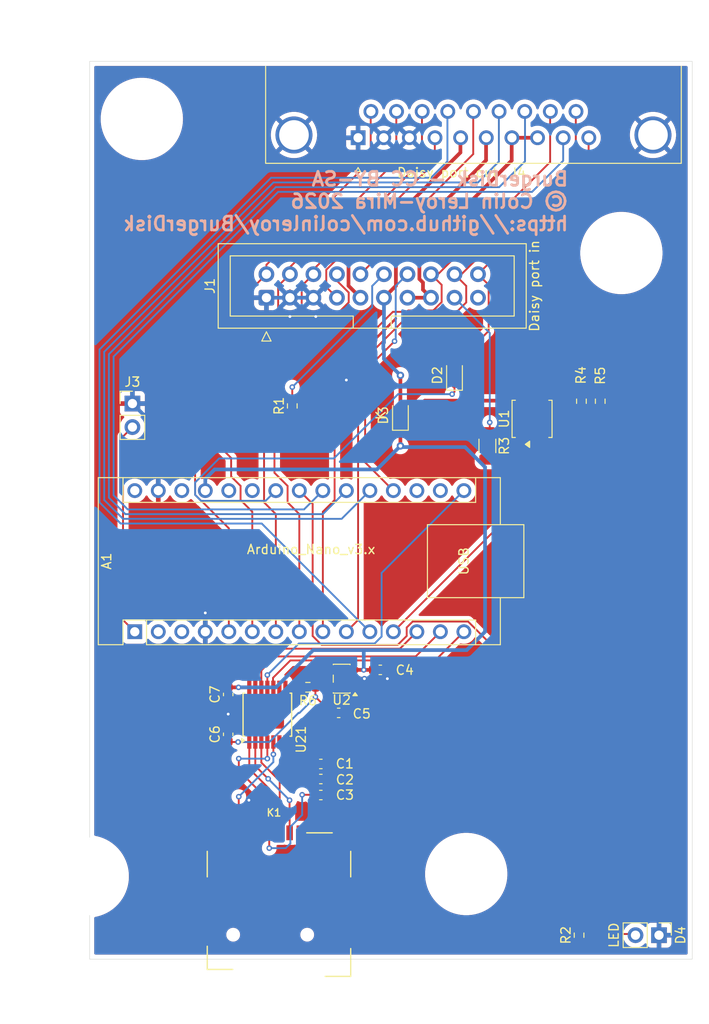
<source format=kicad_pcb>
(kicad_pcb (version 20241229) (generator "pcbnew") (generator_version "9.0")
  (layers (0 "F.Cu" signal) (2 "B.Cu" signal) (13 "F.Paste" user) (15 "B.Paste" user) (5 "F.SilkS" user "F.Silkscreen") (7 "B.SilkS" user "B.Silkscreen") (1 "F.Mask" user) (3 "B.Mask" user) (25 "Edge.Cuts" user))
  (net 0 "")
  (net 1 "TX")
  (net 2 "GND")
  (net 3 "PH0")
  (net 4 "PH1")
  (net 5 "PH2")
  (net 6 "PH3_in")
  (net 7 "RDDATA_in")
  (net 8 "WRDATA")
  (net 9 "PH3_out")
  (net 10 "DRV2_burgerDisk")
  (net 11 "CS")
  (net 12 "MOSI")
  (net 13 "MISO")
  (net 14 "SCK")
  (net 15 "DRV1_in")
  (net 16 "HDSEL_out")
  (net 17 "DRV1_out")
  (net 18 "DRV2_out")
  (net 19 "WRPROT_in")
  (net 20 "5V_burgerDisk")
  (net 21 "WRPROT_out")
  (net 22 "5V_apple2")
  (net 23 "EN3.5")
  (net 24 "-12V")
  (net 25 "+12V")
  (net 26 "DRV2_in")
  (net 27 "WREQ")
  (net 37 "Net-(R3-Pad2)")
  (net 38 "Net-(R4-Pad2)")
  (net 39 "HDSEL_in")
  (net 40 "Net-(D4-A)")
  (net 41 "Net-(A1-A4)")
  (net 42 "3V3")
  (net 43 "CS_L")
  (net 44 "MOSI_L")
  (net 46 "MISO_L")
  (net 47 "SCLK_L")
  (net 49 "OE")
  (footprint "DSUB-19-angled:DSUB-19_Female_Horizontal_P2.77x2.84mm_EdgePinOffset4.94mm_Housed_MountingHolesOffset7.48mm" (layer "F.Cu") (at 128.524 51.562 180)
    (property "Reference" "J4")
    (property "Value" "Daisy port out")
  )
  (footprint "Resistor_SMD:R_0603_1608Metric" (layer "F.Cu") (at 123.0994 110.8994 180)
    (property "Reference" "R6")
    (property "Value" "10k")
  )
  (footprint "Diode_SMD:D_SOD-323" (layer "F.Cu") (at 133.096 81.534 90)
    (property "Reference" "D3")
    (property "Value" "1N5818WS")
  )
  (footprint "MICROSD-HYC77-TF09-200:MICROSD-HYC77-TF09-200" (layer "F.Cu") (at 119.9752 134.366)
    (property "Reference" "K1")
    (property "Value" "HYC77-TF09-200" (hide yes))
  )
  (footprint "Package_SO:SOP-4_3.8x4.1mm_P2.54mm" (layer "F.Cu") (at 147.32 81.915 90)
    (property "Reference" "U1")
    (property "Value" "PC817C-S")
  )
  (footprint "Resistor_SMD:R_0603_1608Metric" (layer "F.Cu") (at 121.412 80.518 90)
    (property "Reference" "R1")
    (property "Value" "330")
  )
  (footprint "Connector_PinHeader_2.54mm:PinHeader_1x02_P2.54mm_Vertical" (layer "F.Cu") (at 161.036 137.668 -90)
    (property "Reference" "D4")
    (property "Value" "LED")
  )
  (footprint "MountingHole:MountingHole_8.4mm_M8" (layer "F.Cu") (at 156.972 64.008)
    (property "Reference" "REF**")
    (property "Value" "MountingHole_8.4mm_M8")
  )
  (footprint "Capacitor_SMD:C_0603_1608Metric" (layer "F.Cu") (at 124.4964 122.5326 180)
    (property "Reference" "C3")
    (property "Value" "100n")
  )
  (footprint "Connector_PinHeader_2.54mm:PinHeader_1x02_P2.54mm_Vertical" (layer "F.Cu") (at 104.14 80.264)
    (property "Reference" "J3")
    (property "Value" "UART")
  )
  (footprint "MountingHole:MountingHole_8.4mm_M8" (layer "F.Cu") (at 99.314 131.318)
    (property "Reference" "REF**")
    (property "Value" "MountingHole_8.4mm_M8")
  )
  (footprint "MountingHole:MountingHole_8.4mm_M8" (layer "F.Cu") (at 105.156 49.53)
    (property "Reference" "REF**")
    (property "Value" "MountingHole_8.4mm_M8")
  )
  (footprint "Resistor_SMD:R_1206_3216Metric" (layer "F.Cu") (at 142.494 84.836 -90)
    (property "Reference" "R3")
    (property "Value" "470")
  )
  (footprint "Resistor_SMD:R_0603_1608Metric" (layer "F.Cu") (at 152.654 80.01 90)
    (property "Reference" "R4")
    (property "Value" "10k")
  )
  (footprint "Capacitor_SMD:C_0603_1608Metric" (layer "F.Cu") (at 124.4964 119.1798 180)
    (property "Reference" "C1")
    (property "Value" "2u2")
  )
  (footprint "Capacitor_SMD:C_0603_1608Metric" (layer "F.Cu") (at 130.9226 109.0198 180)
    (property "Reference" "C4")
    (property "Value" "2u2")
  )
  (footprint "Capacitor_SMD:C_0603_1608Metric" (layer "F.Cu") (at 126.4268 113.663 180)
    (property "Reference" "C5")
    (property "Value" "2u2")
  )
  (footprint "Capacitor_SMD:C_0603_1608Metric" (layer "F.Cu") (at 114.4888 111.6744 90)
    (property "Reference" "C7")
    (property "Value" "100n")
  )
  (footprint "Package_SO:TSSOP-14-1EP_4.4x5mm_P0.65mm" (layer "F.Cu") (at 118.7196 113.8578 90)
    (property "Reference" "U21")
    (property "Value" "TXB0104QPWRQ1")
  )
  (footprint "Module:Arduino_Nano" (layer "F.Cu") (at 104.394 104.902 90)
    (property "Reference" "A1")
    (property "Value" "Arduino_Nano_v3.x")
  )
  (footprint "Connector_IDC:IDC-Header_2x10_P2.54mm_Vertical" (layer "F.Cu") (at 118.618 68.834 90)
    (property "Reference" "J1")
    (property "Value" "Daisy port in")
  )
  (footprint "MountingHole:MountingHole_8.4mm_M8" (layer "F.Cu") (at 140.208 131.064)
    (property "Reference" "REF**")
    (property "Value" "MountingHole_8.4mm_M8")
  )
  (footprint "Diode_SMD:D_SOD-323F" (layer "F.Cu") (at 138.938 77.216 90)
    (property "Reference" "D2")
    (property "Value" "1N4448WS")
  )
  (footprint "Resistor_SMD:R_0603_1608Metric" (layer "F.Cu") (at 152.4 137.668 90)
    (property "Reference" "R2")
    (property "Value" "150")
  )
  (footprint "Capacitor_SMD:C_0603_1608Metric" (layer "F.Cu") (at 114.4888 115.9794 90)
    (property "Reference" "C6")
    (property "Value" "100n")
  )
  (footprint "Resistor_SMD:R_0603_1608Metric" (layer "F.Cu") (at 154.686 80.01 90)
    (property "Reference" "R5")
    (property "Value" "1k")
  )
  (footprint "Capacitor_SMD:C_0603_1608Metric" (layer "F.Cu") (at 124.4964 120.8054 180)
    (property "Reference" "C2")
    (property "Value" "100n")
  )
  (footprint "Package_TO_SOT_SMD:SOT-23-5" (layer "F.Cu") (at 126.7515 109.9698 180)
    (property "Reference" "U2")
    (property "Value" "SE5218")
  )
  (gr_rect (start 99.5172 43.31) (end 164.6284 140.2588) (stroke (width 0.05)) (fill no) (layer "Edge.Cuts"))
  (gr_text "BurgerDisk - CC BY-SA\n© Colin Leroy-Mira 2026\nhttps://github.com/colinleroy/BurgerDisk" (at 151.384 61.722 0) (layer "B.SilkS") (effects (font (size 1.5 1.5) (thickness 0.3) (bold yes)) (justify left bottom mirror)))
  (segment (start 103.124 103.632) (end 104.394 104.902) (width 0.2) (layer "F.Cu") (net 1))
  (segment (start 103.124 83.82) (end 103.124 103.632) (width 0.2) (layer "F.Cu") (net 1))
  (segment (start 104.14 82.804) (end 103.124 83.82) (width 0.2) (layer "F.Cu") (net 1))
  (segment (start 121.158 68.834) (end 121.158 68.0212) (width 0.2) (layer "F.Cu") (net 2))
  (segment (start 129.2056 109.9698) (end 127.889 109.9698) (width 0.4) (layer "F.Cu") (net 2))
  (segment (start 131.6846 109.0328) (end 131.6976 109.0198) (width 0.4) (layer "F.Cu") (net 2))
  (segment (start 114.4888 113.795) (end 114.4888 115.2044) (width 0.4) (layer "F.Cu") (net 2))
  (segment (start 131.6846 109.9698) (end 131.6846 109.0328) (width 0.4) (layer "F.Cu") (net 2))
  (segment (start 114.4888 112.4494) (end 114.4888 113.795) (width 0.4) (layer "F.Cu") (net 2))
  (segment (start 116.7252 126.616) (end 116.7252 123.0914) (width 0.4) (layer "F.Cu") (net 2))
  (via (at 123.952 70.866) (size 0.6) (drill 0.3) (layers "F.Cu" "B.Cu") (net 2))
  (via (at 114.4888 113.795) (size 0.6) (drill 0.3) (layers "F.Cu" "B.Cu") (net 2))
  (via (at 129.2056 109.9698) (size 0.6) (drill 0.3) (layers "F.Cu" "B.Cu") (net 2))
  (via (at 131.6846 109.9698) (size 0.6) (drill 0.3) (layers "F.Cu" "B.Cu") (net 2))
  (via (at 127.254 77.724) (size 0.6) (drill 0.3) (layers "F.Cu" "B.Cu") (net 2))
  (via (at 116.7252 123.0914) (size 0.6) (drill 0.3) (layers "F.Cu" "B.Cu") (net 2))
  (via (at 121.158 70.866) (size 0.6) (drill 0.3) (layers "F.Cu" "B.Cu") (net 2))
  (via (at 112.014 102.87) (size 0.6) (drill 0.3) (layers "F.Cu" "B.Cu") (net 2))
  (segment (start 113.538 68.834) (end 104.14 78.232) (width 0.4) (layer "B.Cu") (net 2))
  (segment (start 116.078 68.834) (end 113.538 68.834) (width 0.4) (layer "B.Cu") (net 2))
  (segment (start 104.14 78.232) (end 104.14 80.264) (width 0.4) (layer "B.Cu") (net 2))
  (segment (start 118.618 68.834) (end 121.158 68.834) (width 0.4) (layer "B.Cu") (net 2))
  (segment (start 131.6846 109.9698) (end 129.2056 109.9698) (width 0.4) (layer "B.Cu") (net 2))
  (segment (start 118.618 68.834) (end 116.078 68.834) (width 0.4) (layer "B.Cu") (net 2))
  (segment (start 106.934 83.058) (end 106.934 89.662) (width 0.4) (layer "B.Cu") (net 2))
  (segment (start 104.14 80.264) (end 106.934 83.058) (width 0.4) (layer "B.Cu") (net 2))
  (segment (start 121.158 68.834) (end 123.698 68.834) (width 0.4) (layer "B.Cu") (net 2))
  (segment (start 118.618 67.0306) (end 118.618 66.294) (width 0.2) (layer "F.Cu") (net 3))
  (segment (start 129.885 54.011) (end 129.885 48.746) (width 0.2) (layer "F.Cu") (net 3))
  (segment (start 111.55795 90.763) (end 110.913 90.11805) (width 0.2) (layer "F.Cu") (net 3))
  (segment (start 129.885 48.746) (end 129.909 48.722) (width 0.2) (layer "F.Cu") (net 3))
  (segment (start 111.591 90.763) (end 111.55795 90.763) (width 0.2) (layer "F.Cu") (net 3))
  (segment (start 114.554 104.902) (end 114.554 93.726) (width 0.2) (layer "F.Cu") (net 3))
  (segment (start 118.618 66.294) (end 118.618 65.278) (width 0.2) (layer "F.Cu") (net 3))
  (segment (start 118.618 65.278) (end 129.885 54.011) (width 0.2) (layer "F.Cu") (net 3))
  (segment (start 110.913 73.999) (end 118.618 66.294) (width 0.2) (layer "F.Cu") (net 3))
  (segment (start 118.618 66.294) (end 118.618 65.4558) (width 0.2) (layer "F.Cu") (net 3))
  (segment (start 114.554 93.726) (end 111.591 90.763) (width 0.2) (layer "F.Cu") (net 3))
  (segment (start 110.913 90.11805) (end 110.913 73.999) (width 0.2) (layer "F.Cu") (net 3))
  (segment (start 119.888 70.866) (end 113.792 76.962) (width 0.2) (layer "F.Cu") (net 4))
  (segment (start 121.158 66.294) (end 119.888 67.564) (width 0.2) (layer "F.Cu") (net 4))
  (segment (start 114.808 86.13905) (end 114.808 88.138) (width 0.2) (layer "F.Cu") (net 4))
  (segment (start 117.094 91.948) (end 117.094 104.902) (width 0.2) (layer "F.Cu") (net 4))
  (segment (start 119.888 67.564) (end 119.888 70.866) (width 0.2) (layer "F.Cu") (net 4))
  (segment (start 121.158 67.056) (end 121.158 66.294) (width 0.2) (layer "F.Cu") (net 4))
  (segment (start 113.792 85.12305) (end 114.808 86.13905) (width 0.2) (layer "F.Cu") (net 4))
  (segment (start 132.655 54.035) (end 132.655 48.746) (width 0.2) (layer "F.Cu") (net 4))
  (segment (start 115.824 90.678) (end 117.094 91.948) (width 0.2) (layer "F.Cu") (net 4))
  (segment (start 132.655 48.746) (end 132.679 48.722) (width 0.2) (layer "F.Cu") (net 4))
  (segment (start 114.808 88.138) (end 115.824 89.154) (width 0.2) (layer "F.Cu") (net 4))
  (segment (start 113.792 76.962) (end 113.792 85.12305) (width 0.2) (layer "F.Cu") (net 4))
  (segment (start 121.158 65.532) (end 132.655 54.035) (width 0.2) (layer "F.Cu") (net 4))
  (segment (start 121.158 66.294) (end 121.158 65.532) (width 0.2) (layer "F.Cu") (net 4))
  (segment (start 115.824 89.154) (end 115.824 90.678) (width 0.2) (layer "F.Cu") (net 4))
  (segment (start 135.425 48.746) (end 135.449 48.722) (width 0.2) (layer "F.Cu") (net 5))
  (segment (start 122.428 71.12) (end 118.364 75.184) (width 0.2) (layer "F.Cu") (net 5))
  (segment (start 118.364 75.184) (end 118.364 90.932) (width 0.2) (layer "F.Cu") (net 5))
  (segment (start 122.428 67.564) (end 122.428 71.12) (width 0.2) (layer "F.Cu") (net 5))
  (segment (start 135.425 54.059) (end 135.425 48.746) (width 0.2) (layer "F.Cu") (net 5))
  (segment (start 123.698 66.294) (end 122.428 67.564) (width 0.2) (layer "F.Cu") (net 5))
  (segment (start 123.698 66.294) (end 123.698 65.786) (width 0.2) (layer "F.Cu") (net 5))
  (segment (start 123.698 65.786) (end 135.425 54.059) (width 0.2) (layer "F.Cu") (net 5))
  (segment (start 119.634 92.202) (end 119.634 104.902) (width 0.2) (layer "F.Cu") (net 5))
  (segment (start 118.364 90.932) (end 119.634 92.202) (width 0.2) (layer "F.Cu") (net 5))
  (segment (start 122.174 92.202) (end 122.174 104.902) (width 0.2) (layer "F.Cu") (net 6))
  (segment (start 120.904 89.154) (end 120.904 90.932) (width 0.2) (layer "F.Cu") (net 6))
  (segment (start 119.487 77.363) (end 119.487 87.737) (width 0.2) (layer "F.Cu") (net 6))
  (segment (start 127.508 69.342) (end 119.487 77.363) (width 0.2) (layer "F.Cu") (net 6))
  (segment (start 119.487 87.737) (end 120.904 89.154) (width 0.2) (layer "F.Cu") (net 6))
  (segment (start 126.238 67.00412) (end 127.508 68.27412) (width 0.2) (layer "F.Cu") (net 6))
  (segment (start 120.904 90.932) (end 122.174 92.202) (width 0.2) (layer "F.Cu") (net 6))
  (segment (start 126.238 66.294) (end 126.238 67.00412) (width 0.2) (layer "F.Cu") (net 6))
  (segment (start 127.508 68.27412) (end 127.508 69.342) (width 0.2) (layer "F.Cu") (net 6))
  (segment (start 149.275 48.746) (end 149.299 48.722) (width 0.2) (layer "F.Cu") (net 7))
  (segment (start 149.275 54.179) (end 149.275 48.746) (width 0.2) (layer "F.Cu") (net 7))
  (segment (start 137.549 67.445) (end 137.549 69.31076) (width 0.2) (layer "F.Cu") (net 7))
  (segment (start 124.714 91.948) (end 125.984 90.678) (width 0.2) (layer "F.Cu") (net 7))
  (segment (start 133.7989 70.358) (end 132.2832 70.358) (width 0.2) (layer "F.Cu") (net 7))
  (segment (start 132.2832 70.358) (end 125.984 76.6572) (width 0.2) (layer "F.Cu") (net 7))
  (segment (start 125.984 76.6572) (end 125.984 79.164) (width 0.2) (layer "F.Cu") (net 7))
  (segment (start 137.16 66.294) (end 149.275 54.179) (width 0.2) (layer "F.Cu") (net 7))
  (segment (start 136.398 66.294) (end 137.16 66.294) (width 0.2) (layer "F.Cu") (net 7))
  (segment (start 125.984 90.678) (end 125.984 79.164) (width 0.2) (layer "F.Cu") (net 7))
  (segment (start 137.549 69.31076) (end 136.64876 70.211) (width 0.2) (layer "F.Cu") (net 7))
  (segment (start 124.714 104.902) (end 124.714 91.948) (width 0.2) (layer "F.Cu") (net 7))
  (segment (start 136.398 66.294) (end 137.549 67.445) (width 0.2) (layer "F.Cu") (net 7))
  (segment (start 136.64876 70.211) (end 133.9459 70.211) (width 0.2) (layer "F.Cu") (net 7))
  (segment (start 133.9459 70.211) (end 133.7989 70.358) (width 0.2) (layer "F.Cu") (net 7))
  (segment (start 128.524 103.632) (end 127.254 104.902) (width 0.2) (layer "F.Cu") (net 8))
  (segment (start 138.938 70.612) (end 134.112 70.612) (width 0.2) (layer "F.Cu") (net 8))
  (segment (start 152.045 53.949) (end 152.045 48.746) (width 0.2) (layer "F.Cu") (net 8))
  (segment (start 140.208 69.342) (end 138.938 70.612) (width 0.2) (layer "F.Cu") (net 8))
  (segment (start 128.524 76.2) (end 128.524 103.632) (width 0.2) (layer "F.Cu") (net 8))
  (segment (start 134.112 70.612) (end 128.524 76.2) (width 0.2) (layer "F.Cu") (net 8))
  (segment (start 152.045 48.746) (end 152.069 48.722) (width 0.2) (layer "F.Cu") (net 8))
  (segment (start 139.7 66.294) (end 152.045 53.949) (width 0.2) (layer "F.Cu") (net 8))
  (segment (start 140.208 67.564) (end 140.208 69.342) (width 0.2) (layer "F.Cu") (net 8))
  (segment (start 138.938 66.294) (end 139.7 66.294) (width 0.2) (layer "F.Cu") (net 8))
  (segment (start 138.938 66.294) (end 140.208 67.564) (width 0.2) (layer "F.Cu") (net 8))
  (segment (start 100.584 90.932) (end 102.87 93.218) (width 0.2) (layer "B.Cu") (net 9))
  (segment (start 138.176 48.765) (end 138.176 54.102) (width 0.2) (layer "B.Cu") (net 9))
  (segment (start 136.398 55.88) (end 119.126 55.88) (width 0.2) (layer "B.Cu") (net 9))
  (segment (start 102.87 93.218) (end 118.11 93.218) (width 0.2) (layer "B.Cu") (net 9))
  (segment (start 138.176 54.102) (end 136.398 55.88) (width 0.2) (layer "B.Cu") (net 9))
  (segment (start 118.11 93.218) (end 129.794 104.902) (width 0.2) (layer "B.Cu") (net 9))
  (segment (start 119.126 55.88) (end 100.584 74.422) (width 0.2) (layer "B.Cu") (net 9))
  (segment (start 138.219 48.722) (end 138.176 48.765) (width 0.2) (layer "B.Cu") (net 9))
  (segment (start 100.584 74.422) (end 100.584 90.932) (width 0.2) (layer "B.Cu") (net 9))
  (segment (start 154.686 82.55) (end 154.686 80.835) (width 0.2) (layer "F.Cu") (net 10))
  (segment (start 132.334 104.902) (end 154.686 82.55) (width 0.2) (layer "F.Cu") (net 10))
  (segment (start 117.3832 108.1942) (end 118.8466 106.7308) (width 0.2) (layer "F.Cu") (net 11))
  (segment (start 118.8466 106.7308) (end 133.0452 106.7308) (width 0.2) (layer "F.Cu") (net 11))
  (segment (start 117.4196 108.2306) (end 117.3832 108.1942) (width 0.2) (layer "F.Cu") (net 11))
  (segment (start 117.4196 110.9078) (end 117.4196 108.2306) (width 0.2) (layer "F.Cu") (net 11))
  (segment (start 133.0452 106.7308) (end 134.874 104.902) (width 0.2) (layer "F.Cu") (net 11))
  (segment (start 134.747 107.569) (end 137.414 104.902) (width 0.2) (layer "F.Cu") (net 12))
  (segment (start 118.0696 109.1554) (end 118.0332 109.119) (width 0.2) (layer "F.Cu") (net 12))
  (segment (start 119.5832 107.569) (end 134.747 107.569) (width 0.2) (layer "F.Cu") (net 12))
  (segment (start 118.0696 110.9078) (end 118.0696 109.1554) (width 0.2) (layer "F.Cu") (net 12))
  (segment (start 118.0332 109.119) (end 119.5832 107.569) (width 0.2) (layer "F.Cu") (net 12))
  (segment (start 136.8552 108.0008) (end 121.2088 108.0008) (width 0.2) (layer "F.Cu") (net 13))
  (segment (start 139.954 104.902) (end 136.8552 108.0008) (width 0.2) (layer "F.Cu") (net 13))
  (segment (start 121.2088 108.0008) (end 119.3332 109.8764) (width 0.2) (layer "F.Cu") (net 13))
  (segment (start 119.3332 109.8764) (end 119.3332 110.4352) (width 0.2) (layer "F.Cu") (net 13))
  (segment (start 118.7196 109.5756) (end 118.7196 110.9078) (width 0.2) (layer "F.Cu") (net 14))
  (via (at 118.7196 109.5756) (size 0.6) (drill 0.3) (layers "F.Cu" "B.Cu") (net 14))
  (segment (start 131.064 105.418263) (end 131.064 98.552) (width 0.2) (layer "B.Cu") (net 14))
  (segment (start 130.310263 106.172) (end 131.064 105.418263) (width 0.2) (layer "B.Cu") (net 14))
  (segment (start 131.064 98.552) (end 139.954 89.662) (width 0.2) (layer "B.Cu") (net 14))
  (segment (start 122.1232 106.172) (end 130.310263 106.172) (width 0.2) (layer "B.Cu") (net 14))
  (segment (start 118.7196 109.5756) (end 122.1232 106.172) (width 0.2) (layer "B.Cu") (net 14))
  (segment (start 132.461 73.533) (end 129.286 76.708) (width 0.2) (layer "F.Cu") (net 15))
  (segment (start 129.286 76.708) (end 129.286 86.614) (width 0.2) (layer "F.Cu") (net 15))
  (segment (start 129.286 86.614) (end 132.334 89.662) (width 0.2) (layer "F.Cu") (net 15))
  (via (at 132.461 73.533) (size 0.6) (drill 0.3) (layers "F.Cu" "B.Cu") (net 15))
  (segment (start 132.588 67.564) (end 133.858 66.294) (width 0.2) (layer "B.Cu") (net 15))
  (segment (start 132.588 73.406) (end 132.588 67.564) (width 0.2) (layer "B.Cu") (net 15))
  (segment (start 132.461 73.533) (end 132.588 73.406) (width 0.2) (layer "B.Cu") (net 15))
  (segment (start 101.092 90.678) (end 101.092 74.676) (width 0.2) (layer "B.Cu") (net 16))
  (segment (start 143.735 54.131) (end 143.735 48.746) (width 0.2) (layer "B.Cu") (net 16))
  (segment (start 129.794 89.662) (end 126.746 92.71) (width 0.2) (layer "B.Cu") (net 16))
  (segment (start 103.124 92.71) (end 101.092 90.678) (width 0.2) (layer "B.Cu") (net 16))
  (segment (start 143.735 48.746) (end 143.759 48.722) (width 0.2) (layer "B.Cu") (net 16))
  (segment (start 119.38 56.388) (end 141.478 56.388) (width 0.2) (layer "B.Cu") (net 16))
  (segment (start 126.746 92.71) (end 103.124 92.71) (width 0.2) (layer "B.Cu") (net 16))
  (segment (start 101.092 74.676) (end 119.38 56.388) (width 0.2) (layer "B.Cu") (net 16))
  (segment (start 141.478 56.388) (end 143.735 54.131) (width 0.2) (layer "B.Cu") (net 16))
  (segment (start 124.714 92.202) (end 103.378 92.202) (width 0.2) (layer "B.Cu") (net 17))
  (segment (start 103.378 92.202) (end 101.6 90.424) (width 0.2) (layer "B.Cu") (net 17))
  (segment (start 119.634 56.896) (end 143.764 56.896) (width 0.2) (layer "B.Cu") (net 17))
  (segment (start 146.558 48.751) (end 146.529 48.722) (width 0.2) (layer "B.Cu") (net 17))
  (segment (start 143.764 56.896) (end 146.558 54.102) (width 0.2) (layer "B.Cu") (net 17))
  (segment (start 101.6 90.424) (end 101.6 74.93) (width 0.2) (layer "B.Cu") (net 17))
  (segment (start 146.558 54.102) (end 146.558 48.751) (width 0.2) (layer "B.Cu") (net 17))
  (segment (start 127.254 89.662) (end 124.714 92.202) (width 0.2) (layer "B.Cu") (net 17))
  (segment (start 101.6 74.93) (end 119.634 56.896) (width 0.2) (layer "B.Cu") (net 17))
  (segment (start 122.682 91.694) (end 103.632 91.694) (width 0.2) (layer "B.Cu") (net 18))
  (segment (start 102.108 75.184) (end 119.888 57.404) (width 0.2) (layer "B.Cu") (net 18))
  (segment (start 147.32 57.404) (end 150.684 54.04) (width 0.2) (layer "B.Cu") (net 18))
  (segment (start 150.684 54.04) (end 150.684 51.562) (width 0.2) (layer "B.Cu") (net 18))
  (segment (start 102.108 90.17) (end 102.108 75.184) (width 0.2) (layer "B.Cu") (net 18))
  (segment (start 103.632 91.694) (end 102.108 90.17) (width 0.2) (layer "B.Cu") (net 18))
  (segment (start 124.714 89.662) (end 122.682 91.694) (width 0.2) (layer "B.Cu") (net 18))
  (segment (start 119.888 57.404) (end 147.32 57.404) (width 0.2) (layer "B.Cu") (net 18))
  (segment (start 138.938 78.994) (end 138.684 79.248) (width 0.2) (layer "F.Cu") (net 19))
  (segment (start 138.938 78.316) (end 138.938 78.994) (width 0.2) (layer "F.Cu") (net 19))
  (via (at 138.684 79.248) (size 0.6) (drill 0.3) (layers "F.Cu" "B.Cu") (net 19))
  (segment (start 132.842 79.248) (end 138.684 79.248) (width 0.2) (layer "B.Cu") (net 19))
  (segment (start 111.55795 90.763) (end 110.913 90.11805) (width 0.2) (layer "B.Cu") (net 19))
  (segment (start 119.634 89.662) (end 118.533 90.763) (width 0.2) (layer "B.Cu") (net 19))
  (segment (start 118.533 90.763) (end 111.55795 90.763) (width 0.2) (layer "B.Cu") (net 19))
  (segment (start 110.913 88.78448) (end 113.50648 86.191) (width 0.2) (layer "B.Cu") (net 19))
  (segment (start 125.899 86.191) (end 132.842 79.248) (width 0.2) (layer "B.Cu") (net 19))
  (segment (start 113.50648 86.191) (end 125.899 86.191) (width 0.2) (layer "B.Cu") (net 19))
  (segment (start 110.913 90.11805) (end 110.913 88.78448) (width 0.2) (layer "B.Cu") (net 19))
  (segment (start 135.731 79.949) (end 133.096 82.584) (width 0.4) (layer "F.Cu") (net 20))
  (segment (start 145.96 79.255) (end 145.266 79.949) (width 0.4) (layer "F.Cu") (net 20))
  (segment (start 130.1476 110.4298) (end 130.1476 109.0198) (width 0.4) (layer "F.Cu") (net 20))
  (segment (start 127.889 109.0198) (end 130.1476 109.0198) (width 0.4) (layer "F.Cu") (net 20))
  (segment (start 145.96 77.535) (end 145.96 79.255) (width 0.4) (layer "F.Cu") (net 20))
  (segment (start 133.096 82.584) (end 133.096 84.836) (width 0.4) (layer "F.Cu") (net 20))
  (segment (start 116.7696 110.9078) (end 115.6064 110.9078) (width 0.4) (layer "F.Cu") (net 20))
  (segment (start 127.889 110.6708) (end 127.889 110.9198) (width 0.4) (layer "F.Cu") (net 20))
  (segment (start 145.266 79.949) (end 135.731 79.949) (width 0.4) (layer "F.Cu") (net 20))
  (segment (start 115.6064 110.9078) (end 114.5734 110.9078) (width 0.4) (layer "F.Cu") (net 20))
  (segment (start 129.6576 110.9198) (end 130.1476 110.4298) (width 0.4) (layer "F.Cu") (net 20))
  (segment (start 114.5734 110.9078) (end 114.565 110.8994) (width 0.4) (layer "F.Cu") (net 20))
  (segment (start 127.889 110.9198) (end 129.6576 110.9198) (width 0.4) (layer "F.Cu") (net 20))
  (via (at 133.096 84.836) (size 0.8) (drill 0.4) (layers "F.Cu" "B.Cu") (net 20))
  (via (at 129.1336 109.0198) (size 0.6) (drill 0.3) (layers "F.Cu" "B.Cu") (net 20))
  (via (at 115.6064 110.9078) (size 0.6) (drill 0.3) (layers "F.Cu" "B.Cu") (net 20))
  (segment (start 142.24 87.122) (end 140.081 84.963) (width 0.4) (layer "B.Cu") (net 20))
  (segment (start 131.2702 106.8832) (end 123.6726 106.8832) (width 0.4) (layer "B.Cu") (net 20))
  (segment (start 113.03 87.376) (end 130.556 87.376) (width 0.4) (layer "B.Cu") (net 20))
  (segment (start 129.1336 109.0198) (end 129.1336 106.8832) (width 0.4) (layer "B.Cu") (net 20))
  (segment (start 140.081 84.963) (end 133.223 84.963) (width 0.4) (layer "B.Cu") (net 20))
  (segment (start 133.223 84.963) (end 133.096 84.836) (width 0.4) (layer "B.Cu") (net 20))
  (segment (start 142.24 104.902) (end 142.24 87.122) (width 0.4) (layer "B.Cu") (net 20))
  (segment (start 119.648 110.9078) (end 115.6064 110.9078) (width 0.4) (layer "B.Cu") (net 20))
  (segment (start 123.6726 106.8832) (end 119.648 110.9078) (width 0.4) (layer "B.Cu") (net 20))
  (segment (start 131.2702 106.8832) (end 140.2588 106.8832) (width 0.4) (layer "B.Cu") (net 20))
  (segment (start 112.014 88.392) (end 113.03 87.376) (width 0.4) (layer "B.Cu") (net 20))
  (segment (start 140.2588 106.8832) (end 142.24 104.902) (width 0.4) (layer "B.Cu") (net 20))
  (segment (start 130.556 87.376) (end 133.096 84.836) (width 0.4) (layer "B.Cu") (net 20))
  (segment (start 112.014 89.662) (end 112.014 88.392) (width 0.4) (layer "B.Cu") (net 20))
  (segment (start 138.938 76.116) (end 142.629 72.425) (width 0.2) (layer "F.Cu") (net 21))
  (segment (start 153.43 51.586) (end 153.454 51.562) (width 0.2) (layer "F.Cu") (net 21))
  (segment (start 142.629 67.445) (end 141.478 66.294) (width 0.2) (layer "F.Cu") (net 21))
  (segment (start 141.478 66.294) (end 153.43 54.342) (width 0.2) (layer "F.Cu") (net 21))
  (segment (start 153.43 54.342) (end 153.43 51.586) (width 0.2) (layer "F.Cu") (net 21))
  (segment (start 142.629 72.425) (end 142.629 67.445) (width 0.2) (layer "F.Cu") (net 21))
  (segment (start 142.35 51.586) (end 142.374 51.562) (width 0.4) (layer "F.Cu") (net 22))
  (segment (start 132.607 67.545) (end 132.607 63.735) (width 0.4) (layer "F.Cu") (net 22))
  (segment (start 133.096 80.484) (end 133.096 77.216) (width 0.4) (layer "F.Cu") (net 22))
  (segment (start 131.318 68.834) (end 132.607 67.545) (width 0.4) (layer "F.Cu") (net 22))
  (segment (start 132.607 63.735) (end 142.35 53.992) (width 0.4) (layer "F.Cu") (net 22))
  (segment (start 142.35 53.992) (end 142.35 51.586) (width 0.4) (layer "F.Cu") (net 22))
  (via (at 133.096 77.216) (size 0.8) (drill 0.4) (layers "F.Cu" "B.Cu") (net 22))
  (segment (start 131.252 74.331364) (end 131.318 74.397364) (width 0.4) (layer "B.Cu") (net 22))
  (segment (start 131.318 75.438) (end 133.096 77.216) (width 0.4) (layer "B.Cu") (net 22))
  (segment (start 131.318 74.397364) (end 131.318 75.438) (width 0.4) (layer "B.Cu") (net 22))
  (segment (start 131.318 68.834) (end 131.318 73.684636) (width 0.4) (layer "B.Cu") (net 22))
  (segment (start 131.252 73.750636) (end 131.252 74.331364) (width 0.4) (layer "B.Cu") (net 22))
  (segment (start 131.318 73.684636) (end 131.252 73.750636) (width 0.4) (layer "B.Cu") (net 22))
  (segment (start 136.81 51.586) (end 136.834 51.562) (width 0.2) (layer "F.Cu") (net 23))
  (segment (start 125.087 67.683) (end 125.087 65.81724) (width 0.2) (layer "F.Cu") (net 23))
  (segment (start 125.087 65.81724) (end 131.67144 59.2328) (width 0.2) (layer "F.Cu") (net 23))
  (segment (start 131.67144 59.2328) (end 131.7752 59.2328) (width 0.2) (layer "F.Cu") (net 23))
  (segment (start 126.238 68.834) (end 125.087 67.683) (width 0.2) (layer "F.Cu") (net 23))
  (segment (start 131.7752 59.2328) (end 136.81 54.198) (width 0.2) (layer "F.Cu") (net 23))
  (segment (start 136.81 54.198) (end 136.81 51.586) (width 0.2) (layer "F.Cu") (net 23))
  (segment (start 139.58 53.1552) (end 139.58 51.586) (width 0.4) (layer "F.Cu") (net 24))
  (segment (start 127.489 67.545) (end 127.489 65.2462) (width 0.4) (layer "F.Cu") (net 24))
  (segment (start 127.489 65.2462) (end 139.58 53.1552) (width 0.4) (layer "F.Cu") (net 24))
  (segment (start 128.778 68.834) (end 127.489 67.545) (width 0.4) (layer "F.Cu") (net 24))
  (segment (start 139.58 51.586) (end 139.604 51.562) (width 0.4) (layer "F.Cu") (net 24))
  (segment (start 145.12 51.586) (end 145.144 51.562) (width 0.4) (layer "F.Cu") (net 25))
  (segment (start 135.147 66.812182) (end 135.147 63.989) (width 0.4) (layer "F.Cu") (net 25))
  (segment (start 136.398 68.834) (end 133.858 68.834) (width 0.4) (layer "F.Cu") (net 25))
  (segment (start 136.398 68.834) (end 135.5344 67.9704) (width 0.4) (layer "F.Cu") (net 25))
  (segment (start 145.144 51.562) (end 147.914 51.562) (width 0.4) (layer "F.Cu") (net 25))
  (segment (start 135.5344 67.9704) (end 135.5344 67.199582) (width 0.4) (layer "F.Cu") (net 25))
  (segment (start 135.147 63.989) (end 145.12 54.016) (width 0.4) (layer "F.Cu") (net 25))
  (segment (start 135.5344 67.199582) (end 135.147 66.812182) (width 0.4) (layer "F.Cu") (net 25))
  (segment (start 145.12 54.016) (end 145.12 51.586) (width 0.4) (layer "F.Cu") (net 25))
  (segment (start 142.748 82.296) (end 142.748 83.186) (width 0.2) (layer "F.Cu") (net 26))
  (via (at 142.748 82.296) (size 0.6) (drill 0.3) (layers "F.Cu" "B.Cu") (net 26))
  (segment (start 138.938 68.834) (end 142.748 72.644) (width 0.2) (layer "B.Cu") (net 26))
  (segment (start 142.748 72.644) (end 142.748 82.296) (width 0.2) (layer "B.Cu") (net 26))
  (segment (start 140.965 53.319356) (end 140.965 48.746) (width 0.2) (layer "F.Cu") (net 27))
  (segment (start 132.536956 61.7474) (end 140.965 53.319356) (width 0.2) (layer "F.Cu") (net 27))
  (segment (start 132.536956 62.535044) (end 132.536956 61.7474) (width 0.2) (layer "F.Cu") (net 27))
  (segment (start 128.778 66.294) (end 132.536956 62.535044) (width 0.2) (layer "F.Cu") (net 27))
  (segment (start 140.965 48.746) (end 140.989 48.722) (width 0.2) (layer "F.Cu") (net 27))
  (segment (start 144.722 86.565) (end 145.96 86.565) (width 0.2) (layer "F.Cu") (net 37))
  (segment (start 142.5555 86.36) (end 144.517 86.36) (width 0.2) (layer "F.Cu") (net 37))
  (segment (start 144.517 86.36) (end 144.722 86.565) (width 0.2) (layer "F.Cu") (net 37))
  (segment (start 142.494 86.2985) (end 142.5555 86.36) (width 0.2) (layer "F.Cu") (net 37))
  (segment (start 153.861 79.248) (end 153.924 79.185) (width 0.2) (layer "F.Cu") (net 38))
  (segment (start 153.924 79.185) (end 154.686 79.185) (width 0.2) (layer "F.Cu") (net 38))
  (segment (start 149.6382 79.165) (end 149.7212 79.248) (width 0.2) (layer "F.Cu") (net 38))
  (segment (start 148.59 77.565) (end 149.6382 78.6132) (width 0.2) (layer "F.Cu") (net 38))
  (segment (start 149.6382 78.6132) (end 149.6382 79.165) (width 0.2) (layer "F.Cu") (net 38))
  (segment (start 149.7212 79.248) (end 153.861 79.248) (width 0.2) (layer "F.Cu") (net 38))
  (segment (start 121.412 79.693) (end 121.412 78.486) (width 0.2) (layer "F.Cu") (net 39))
  (via (at 121.412 78.486) (size 0.6) (drill 0.3) (layers "F.Cu" "B.Cu") (net 39))
  (segment (start 130.048 67.564) (end 130.048 69.85) (width 0.2) (layer "B.Cu") (net 39))
  (segment (start 130.048 69.85) (end 121.412 78.486) (width 0.2) (layer "B.Cu") (net 39))
  (segment (start 131.318 66.294) (end 130.048 67.564) (width 0.2) (layer "B.Cu") (net 39))
  (segment (start 153.353 137.54) (end 158.368 137.54) (width 0.2) (layer "F.Cu") (net 40))
  (segment (start 152.4 138.493) (end 153.353 137.54) (width 0.2) (layer "F.Cu") (net 40))
  (segment (start 158.368 137.54) (end 158.496 137.668) (width 0.2) (layer "F.Cu") (net 40))
  (segment (start 132.80125 106.3298) (end 133.773 105.35805) (width 0.2) (layer "F.Cu") (net 41))
  (segment (start 134.41795 103.801) (end 140.41005 103.801) (width 0.2) (layer "F.Cu") (net 41))
  (segment (start 123.613 105.35805) (end 124.58475 106.3298) (width 0.2) (layer "F.Cu") (net 41))
  (segment (start 122.174 89.662) (end 123.613 91.101) (width 0.2) (layer "F.Cu") (net 41))
  (segment (start 140.41005 103.801) (end 152.146 115.53695) (width 0.2) (layer "F.Cu") (net 41))
  (segment (start 152.146 115.53695) (end 152.146 136.589) (width 0.2) (layer "F.Cu") (net 41))
  (segment (start 133.773 104.44595) (end 134.41795 103.801) (width 0.2) (layer "F.Cu") (net 41))
  (segment (start 124.58475 106.3298) (end 132.80125 106.3298) (width 0.2) (layer "F.Cu") (net 41))
  (segment (start 152.146 136.589) (end 152.4 136.843) (width 0.2) (layer "F.Cu") (net 41))
  (segment (start 133.773 105.35805) (end 133.773 104.44595) (width 0.2) (layer "F.Cu") (net 41))
  (segment (start 123.613 91.101) (end 123.613 105.35805) (width 0.2) (layer "F.Cu") (net 41))
  (segment (start 125.5936 110.8994) (end 125.614 110.9198) (width 0.2) (layer "F.Cu") (net 42))
  (segment (start 123.9122 111.9408) (end 123.9122 110.9116) (width 0.2) (layer "F.Cu") (net 42))
  (segment (start 118.9252 121.8636) (end 118.9252 126.616) (width 0.2) (layer "F.Cu") (net 42))
  (segment (start 123.7214 120.8054) (end 123.7214 119.1798) (width 0.2) (layer "F.Cu") (net 42))
  (segment (start 125.6518 114.937) (end 123.7214 116.8674) (width 0.2) (layer "F.Cu") (net 42))
  (segment (start 116.7696 116.8078) (end 115.5556 116.8078) (width 0.2) (layer "F.Cu") (net 42))
  (segment (start 123.9244 110.8994) (end 125.5936 110.8994) (width 0.2) (layer "F.Cu") (net 42))
  (segment (start 123.9122 111.9408) (end 123.9296 111.9408) (width 0.2) (layer "F.Cu") (net 42))
  (segment (start 122.4788 122.5042) (end 123.693 122.5042) (width 0.2) (layer "F.Cu") (net 42))
  (segment (start 123.7214 116.8674) (end 123.7214 119.1798) (width 0.2) (layer "F.Cu") (net 42))
  (segment (start 123.693 122.5042) (end 123.7214 122.5326) (width 0.2) (layer "F.Cu") (net 42))
  (segment (start 123.7214 122.5326) (end 123.7214 120.8054) (width 0.2) (layer "F.Cu") (net 42))
  (segment (start 115.5556 116.8078) (end 114.3774 116.8078) (width 0.2) (layer "F.Cu") (net 42))
  (segment (start 125.6518 113.663) (end 125.6518 114.937) (width 0.2) (layer "F.Cu") (net 42))
  (segment (start 118.9252 126.616) (end 118.9252 128.27) (width 0.2) (layer "F.Cu") (net 42))
  (segment (start 123.9122 110.9116) (end 123.9244 110.8994) (width 0.2) (layer "F.Cu") (net 42))
  (segment (start 114.3774 116.8078) (end 114.324 116.7544) (width 0.2) (layer "F.Cu") (net 42))
  (segment (start 123.9296 111.9408) (end 125.6518 113.663) (width 0.2) (layer "F.Cu") (net 42))
  (segment (start 116.7696 119.708) (end 118.9252 121.8636) (width 0.2) (layer "F.Cu") (net 42))
  (segment (start 116.7696 116.8078) (end 116.7696 119.708) (width 0.2) (layer "F.Cu") (net 42))
  (via (at 115.5556 116.8078) (size 0.6) (drill 0.3) (layers "F.Cu" "B.Cu") (net 42))
  (via (at 122.4788 122.5042) (size 0.6) (drill 0.3) (layers "F.Cu" "B.Cu") (net 42))
  (via (at 118.9252 128.27) (size 0.6) (drill 0.3) (layers "F.Cu" "B.Cu") (net 42))
  (via (at 123.9122 111.9408) (size 0.6) (drill 0.3) (layers "F.Cu" "B.Cu") (net 42))
  (segment (start 122.0834 113.668) (end 118.9436 116.8078) (width 0.2) (layer "B.Cu") (net 42))
  (segment (start 123.9122 111.9408) (end 122.185 113.668) (width 0.2) (layer "B.Cu") (net 42))
  (segment (start 122.4788 124.6886) (end 122.4788 122.5042) (width 0.2) (layer "B.Cu") (net 42))
  (segment (start 118.9252 128.27) (end 120.7032 128.27) (width 0.2) (layer "B.Cu") (net 42))
  (segment (start 122.185 113.668) (end 122.0834 113.668) (width 0.2) (layer "B.Cu") (net 42))
  (segment (start 118.9436 116.8078) (end 115.5556 116.8078) (width 0.2) (layer "B.Cu") (net 42))
  (segment (start 121.2088 125.9586) (end 122.4788 124.6886) (width 0.2) (layer "B.Cu") (net 42))
  (segment (start 121.2088 127.7644) (end 121.2088 125.9586) (width 0.2) (layer "B.Cu") (net 42))
  (segment (start 120.7032 128.27) (end 121.2088 127.7644) (width 0.2) (layer "B.Cu") (net 42))
  (segment (start 121.1182 123.0914) (end 120.9658 123.0914) (width 0.2) (layer "F.Cu") (net 43))
  (segment (start 121.1252 124.6536) (end 121.1252 126.616) (width 0.2) (layer "F.Cu") (net 43))
  (segment (start 121.1182 124.6466) (end 121.1252 124.6536) (width 0.2) (layer "F.Cu") (net 43))
  (segment (start 117.4196 119.3928) (end 117.4196 116.8078) (width 0.2) (layer "F.Cu") (net 43))
  (segment (start 121.1182 123.0914) (end 121.1182 124.6466) (width 0.2) (layer "F.Cu") (net 43))
  (segment (start 118.8068 120.78) (end 117.4196 119.3928) (width 0.2) (layer "F.Cu") (net 43))
  (via (at 118.8068 120.78) (size 0.6) (drill 0.3) (layers "F.Cu" "B.Cu") (net 43))
  (via (at 121.1182 123.0914) (size 0.6) (drill 0.3) (layers "F.Cu" "B.Cu") (net 43))
  (segment (start 118.8068 120.78) (end 121.1182 123.0914) (width 0.2) (layer "B.Cu") (net 43))
  (segment (start 120.0252 124.6536) (end 120.0252 126.616) (width 0.2) (layer "F.Cu") (net 44))
  (segment (start 118.0702 117.5796) (end 118.0702 119.0274) (width 0.2) (layer "F.Cu") (net 44))
  (segment (start 118.0702 119.0274) (end 120.0514 121.0086) (width 0.2) (layer "F.Cu") (net 44))
  (segment (start 118.0696 116.8078) (end 118.0696 117.579) (width 0.2) (layer "F.Cu") (net 44))
  (segment (start 120.0514 121.0086) (end 120.0514 124.6274) (width 0.2) (layer "F.Cu") (net 44))
  (segment (start 118.0696 117.579) (end 118.0702 117.5796) (width 0.2) (layer "F.Cu") (net 44))
  (segment (start 120.0514 124.6274) (end 120.0252 124.6536) (width 0.2) (layer "F.Cu") (net 44))
  (segment (start 115.6252 122.717) (end 115.6318 122.7104) (width 0.2) (layer "F.Cu") (net 46))
  (segment (start 119.3696 116.8078) (end 119.3696 118.1384) (width 0.2) (layer "F.Cu") (net 46))
  (segment (start 115.6252 126.616) (end 115.6252 122.717) (width 0.2) (layer "F.Cu") (net 46))
  (via (at 119.3696 118.1384) (size 0.6) (drill 0.3) (layers "F.Cu" "B.Cu") (net 46))
  (via (at 115.6318 122.7104) (size 0.6) (drill 0.3) (layers "F.Cu" "B.Cu") (net 46))
  (segment (start 119.3696 118.9726) (end 115.6318 122.7104) (width 0.2) (layer "B.Cu") (net 46))
  (segment (start 119.3696 118.1384) (end 119.3696 118.9726) (width 0.2) (layer "B.Cu") (net 46))
  (segment (start 117.8252 122.0844) (end 115.6318 119.891) (width 0.2) (layer "F.Cu") (net 47))
  (segment (start 117.8252 126.616) (end 117.8252 122.0844) (width 0.2) (layer "F.Cu") (net 47))
  (segment (start 118.719899 118.605189) (end 118.7196 118.60489) (width 0.2) (layer "F.Cu") (net 47))
  (segment (start 115.6318 119.891) (end 115.6318 118.5956) (width 0.2) (layer "F.Cu") (net 47))
  (segment (start 118.7196 118.60489) (end 118.7196 116.8078) (width 0.2) (layer "F.Cu") (net 47))
  (via (at 118.719899 118.605189) (size 0.6) (drill 0.3) (layers "F.Cu" "B.Cu") (net 47))
  (via (at 115.6318 118.5956) (size 0.6) (drill 0.3) (layers "F.Cu" "B.Cu") (net 47))
  (segment (start 118.719899 118.605189) (end 115.641389 118.605189) (width 0.2) (layer "B.Cu") (net 47))
  (segment (start 115.641389 118.605189) (end 115.6318 118.5956) (width 0.2) (layer "B.Cu") (net 47))
  (segment (start 120.6696 110.9078) (end 122.266 110.9078) (width 0.2) (layer "F.Cu") (net 49))
  (segment (start 122.266 110.9078) (end 122.2744 110.8994) (width 0.2) (layer "F.Cu") (net 49))
  (zone (net 2) (net_name "GND") (layers "F.Cu" "B.Cu") (connect_pads (clearance 0.5)) (min_thickness 0.25) (fill yes (thermal_gap 0.5) (thermal_bridge_width 0.5))
    (polygon (pts (xy 99.8584 43.564) (xy 164.6284 43.564) (xy 164.4904 140.1318) (xy 99.6188 140.1318)))
  )
)
</source>
